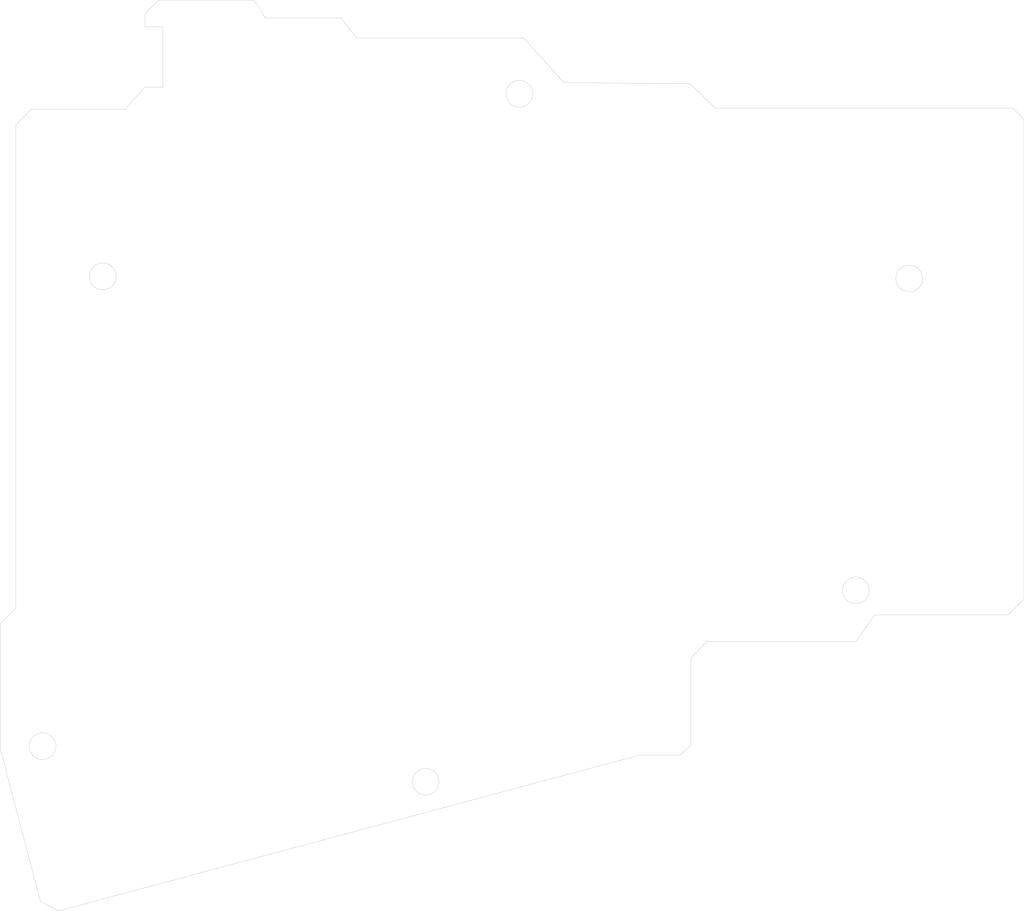
<source format=kicad_pcb>
(kicad_pcb (version 20171130) (host pcbnew "(5.1.4)-1")

  (general
    (thickness 1.6)
    (drawings 41)
    (tracks 0)
    (zones 0)
    (modules 0)
    (nets 1)
  )

  (page A4)
  (layers
    (0 F.Cu signal)
    (31 B.Cu signal)
    (32 B.Adhes user)
    (33 F.Adhes user)
    (34 B.Paste user)
    (35 F.Paste user)
    (36 B.SilkS user)
    (37 F.SilkS user)
    (38 B.Mask user)
    (39 F.Mask user)
    (40 Dwgs.User user)
    (41 Cmts.User user)
    (42 Eco1.User user)
    (43 Eco2.User user)
    (44 Edge.Cuts user)
    (45 Margin user)
    (46 B.CrtYd user)
    (47 F.CrtYd user)
    (48 B.Fab user)
    (49 F.Fab user)
  )

  (setup
    (last_trace_width 0.254)
    (trace_clearance 0.2)
    (zone_clearance 0.508)
    (zone_45_only no)
    (trace_min 0.2)
    (via_size 0.8)
    (via_drill 0.4)
    (via_min_size 0.4)
    (via_min_drill 0.3)
    (uvia_size 0.3)
    (uvia_drill 0.1)
    (uvias_allowed no)
    (uvia_min_size 0.2)
    (uvia_min_drill 0.1)
    (edge_width 0.05)
    (segment_width 0.2)
    (pcb_text_width 0.3)
    (pcb_text_size 1.5 1.5)
    (mod_edge_width 0.12)
    (mod_text_size 1 1)
    (mod_text_width 0.15)
    (pad_size 1.524 1.524)
    (pad_drill 0.762)
    (pad_to_mask_clearance 0.051)
    (solder_mask_min_width 0.25)
    (aux_axis_origin 0 0)
    (visible_elements 7FFFFFFF)
    (pcbplotparams
      (layerselection 0x010f0_ffffffff)
      (usegerberextensions true)
      (usegerberattributes false)
      (usegerberadvancedattributes false)
      (creategerberjobfile false)
      (excludeedgelayer true)
      (linewidth 0.100000)
      (plotframeref false)
      (viasonmask false)
      (mode 1)
      (useauxorigin false)
      (hpglpennumber 1)
      (hpglpenspeed 20)
      (hpglpendiameter 15.000000)
      (psnegative false)
      (psa4output false)
      (plotreference true)
      (plotvalue true)
      (plotinvisibletext false)
      (padsonsilk false)
      (subtractmaskfromsilk true)
      (outputformat 1)
      (mirror false)
      (drillshape 0)
      (scaleselection 1)
      (outputdirectory "Gerbers/BackPanel"))
  )

  (net 0 "")

  (net_class Default "This is the default net class."
    (clearance 0.2)
    (trace_width 0.254)
    (via_dia 0.8)
    (via_drill 0.4)
    (uvia_dia 0.3)
    (uvia_drill 0.1)
  )

  (net_class Power ""
    (clearance 0.2)
    (trace_width 0.5)
    (via_dia 0.8)
    (via_drill 0.4)
    (uvia_dia 0.3)
    (uvia_drill 0.1)
  )

  (gr_circle (center 142.494 58.674) (end 142.494 60.198) (layer Edge.Cuts) (width 0.05) (tstamp 61D8375E))
  (gr_circle (center 94.996 79.502) (end 94.996 81.026) (layer Edge.Cuts) (width 0.05) (tstamp 61D82717))
  (gr_circle (center 88.138 133.096) (end 88.138 134.62) (layer Edge.Cuts) (width 0.05) (tstamp 61D82715))
  (gr_circle (center 131.826 137.16) (end 131.826 138.684) (layer Edge.Cuts) (width 0.05) (tstamp 61D82713))
  (gr_circle (center 180.848 115.316) (end 180.848 116.84) (layer Edge.Cuts) (width 0.05) (tstamp 61D82711))
  (gr_circle (center 186.944 79.756) (end 186.944 81.28) (layer Edge.Cuts) (width 0.05))
  (gr_line (start 112.268 48.006) (end 110.744 48.006) (layer Edge.Cuts) (width 0.05) (tstamp 61D822F9))
  (gr_line (start 113.538 50.038) (end 112.268 48.006) (layer Edge.Cuts) (width 0.05))
  (gr_line (start 122.174 50.038) (end 113.538 50.038) (layer Edge.Cuts) (width 0.05))
  (gr_line (start 123.952 52.324) (end 122.174 50.038) (layer Edge.Cuts) (width 0.05))
  (gr_line (start 85.09 117.348) (end 85.09 115.475) (layer Edge.Cuts) (width 0.05) (tstamp 61D7FF23))
  (gr_line (start 83.312 119.126) (end 85.09 117.348) (layer Edge.Cuts) (width 0.05))
  (gr_line (start 83.312 133.35) (end 83.312 119.126) (layer Edge.Cuts) (width 0.05))
  (gr_line (start 87.884 150.749) (end 83.312 133.35) (layer Edge.Cuts) (width 0.05))
  (gr_line (start 85.09 115.475) (end 85.09 62.23) (layer Edge.Cuts) (width 0.05) (tstamp 61D7FB00))
  (gr_line (start 86.868 60.452) (end 85.09 62.23) (layer Edge.Cuts) (width 0.05))
  (gr_line (start 97.536 60.452) (end 86.868 60.452) (layer Edge.Cuts) (width 0.05))
  (gr_line (start 99.822 57.912) (end 97.536 60.452) (layer Edge.Cuts) (width 0.05))
  (gr_line (start 101.854 57.912) (end 99.822 57.912) (layer Edge.Cuts) (width 0.05))
  (gr_line (start 147.574 57.404) (end 161.925 57.531) (layer Edge.Cuts) (width 0.05) (tstamp 61D7FAD6))
  (gr_line (start 143.002 52.324) (end 147.574 57.404) (layer Edge.Cuts) (width 0.05))
  (gr_line (start 123.952 52.324) (end 143.002 52.324) (layer Edge.Cuts) (width 0.05))
  (gr_line (start 101.346 48.006) (end 110.744 48.006) (layer Edge.Cuts) (width 0.05))
  (gr_line (start 99.822 49.53) (end 101.346 48.006) (layer Edge.Cuts) (width 0.05))
  (gr_line (start 99.822 51.054) (end 99.822 49.53) (layer Edge.Cuts) (width 0.05))
  (gr_line (start 101.854 51.054) (end 99.822 51.054) (layer Edge.Cuts) (width 0.05))
  (gr_line (start 180.848 121.158) (end 163.83 121.158) (layer Edge.Cuts) (width 0.05) (tstamp 61CB8BFC))
  (gr_line (start 163.83 121.158) (end 162.052 123.063) (layer Edge.Cuts) (width 0.05) (tstamp 61CB8BEA))
  (gr_line (start 198.247 118.11) (end 183.007 118.11) (layer Edge.Cuts) (width 0.05) (tstamp 61CB8BE0))
  (gr_line (start 180.848 121.158) (end 183.007 118.11) (layer Edge.Cuts) (width 0.05) (tstamp 6190C7C5))
  (gr_line (start 101.854 51.054) (end 101.854 57.912) (layer Edge.Cuts) (width 0.05))
  (gr_line (start 164.846 60.325) (end 161.925 57.531) (layer Edge.Cuts) (width 0.05))
  (gr_line (start 198.755 60.325) (end 164.846 60.325) (layer Edge.Cuts) (width 0.05))
  (gr_line (start 198.755 60.325) (end 200.025 61.595) (layer Edge.Cuts) (width 0.05))
  (gr_line (start 200.025 61.595) (end 200.025 116.332) (layer Edge.Cuts) (width 0.05) (tstamp 61734B14))
  (gr_line (start 200.025 116.332) (end 198.247 118.11) (layer Edge.Cuts) (width 0.05))
  (gr_line (start 162.052 132.969) (end 162.052 123.063) (layer Edge.Cuts) (width 0.05) (tstamp 61734AF8))
  (gr_line (start 156.21 134.112) (end 160.782 134.112) (layer Edge.Cuts) (width 0.05) (tstamp 61734AEC))
  (gr_line (start 160.782 134.112) (end 162.052 132.969) (layer Edge.Cuts) (width 0.05))
  (gr_line (start 89.916 151.892) (end 156.21 134.112) (layer Edge.Cuts) (width 0.05))
  (gr_line (start 89.916 151.892) (end 87.884 150.749) (layer Edge.Cuts) (width 0.05) (tstamp 61733F10))

)

</source>
